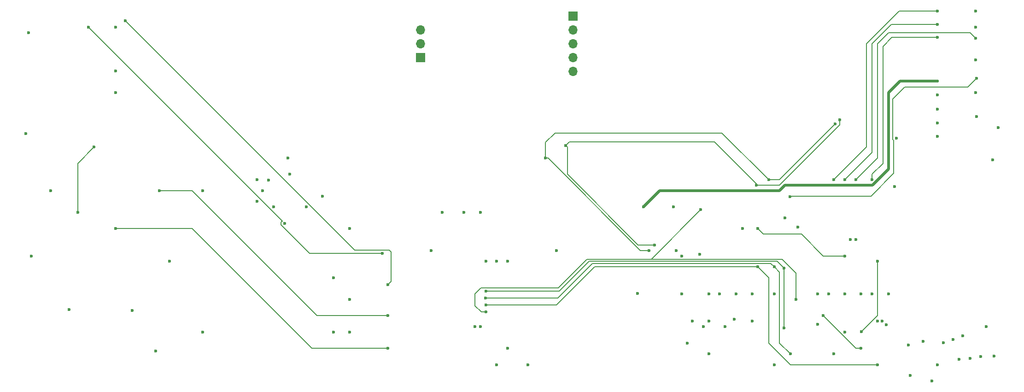
<source format=gbr>
%TF.GenerationSoftware,KiCad,Pcbnew,8.0.9-8.0.9-0~ubuntu22.04.1*%
%TF.CreationDate,2025-06-19T12:15:33-04:00*%
%TF.ProjectId,digital_waters,64696769-7461-46c5-9f77-61746572732e,rev?*%
%TF.SameCoordinates,Original*%
%TF.FileFunction,Copper,L3,Inr*%
%TF.FilePolarity,Positive*%
%FSLAX46Y46*%
G04 Gerber Fmt 4.6, Leading zero omitted, Abs format (unit mm)*
G04 Created by KiCad (PCBNEW 8.0.9-8.0.9-0~ubuntu22.04.1) date 2025-06-19 12:15:33*
%MOMM*%
%LPD*%
G01*
G04 APERTURE LIST*
%TA.AperFunction,ComponentPad*%
%ADD10R,1.700000X1.700000*%
%TD*%
%TA.AperFunction,ComponentPad*%
%ADD11O,1.700000X1.700000*%
%TD*%
%TA.AperFunction,ViaPad*%
%ADD12C,0.600000*%
%TD*%
%TA.AperFunction,Conductor*%
%ADD13C,0.200000*%
%TD*%
%TA.AperFunction,Conductor*%
%ADD14C,0.500000*%
%TD*%
G04 APERTURE END LIST*
D10*
%TO.N,+VSW*%
%TO.C,J18*%
X160372325Y-56238816D03*
D11*
X160372325Y-58778816D03*
%TO.N,GNDD*%
X160372325Y-61318816D03*
%TO.N,/I2C_SDA*%
X160372325Y-63858816D03*
%TO.N,/I2C_SCL*%
X160372325Y-66398816D03*
%TD*%
D10*
%TO.N,GNDA*%
%TO.C,J17*%
X132347325Y-63858816D03*
D11*
%TO.N,+VSW*%
X132347325Y-61318816D03*
%TO.N,Net-(J17-Pin_3)*%
X132347325Y-58778816D03*
%TD*%
D12*
%TO.N,GNDA*%
X114347325Y-89318816D03*
X143347325Y-113318816D03*
X140347325Y-92318816D03*
X119347325Y-108318816D03*
X103347325Y-88318816D03*
X143347325Y-92318816D03*
X136347325Y-92318816D03*
X119347325Y-114318816D03*
X142347325Y-113318816D03*
X92347325Y-88318816D03*
X119347325Y-95318816D03*
%TO.N,/Power/+2.5V_REF*%
X69347325Y-92318816D03*
X72347325Y-80318816D03*
%TO.N,+3.3V*%
X193347325Y-107318816D03*
X219453118Y-87540477D03*
X234347325Y-64318816D03*
X172220000Y-107191491D03*
X178812949Y-91318816D03*
X219784825Y-78651316D03*
%TO.N,+5V*%
X227347325Y-68158816D03*
X173347325Y-91318816D03*
%TO.N,VDDA*%
X134347325Y-99318816D03*
X111347325Y-91318816D03*
%TO.N,/Power/+2.5V_REF_BUF_A*%
X59847325Y-77818816D03*
X102347325Y-86318816D03*
%TO.N,/Micocontroller/GPIO_22*%
X190347325Y-107318816D03*
X216347325Y-101318816D03*
X227347325Y-78318816D03*
X213350684Y-114263532D03*
%TO.N,/Micocontroller/GPIO_21*%
X208347325Y-118318816D03*
X234537325Y-74698816D03*
X218000000Y-113000000D03*
%TO.N,/Micocontroller/GPIO_5*%
X238537325Y-76698816D03*
X197347325Y-120318816D03*
%TO.N,/Micocontroller/GPIO_4*%
X180347325Y-100318816D03*
X180347325Y-107318816D03*
X188347325Y-113318816D03*
X227347325Y-70698816D03*
%TO.N,Net-(J2-In)*%
X67747325Y-110158498D03*
X64347325Y-88318816D03*
%TO.N,/EN{slash}~{SH_0}*%
X207347325Y-107318816D03*
X185347325Y-118318816D03*
X157347325Y-99318816D03*
%TO.N,Net-(R12-Pad2)*%
X84347325Y-88318816D03*
X126347325Y-111318816D03*
%TO.N,Net-(U5B--)*%
X126347325Y-117318816D03*
X76347325Y-95318816D03*
%TO.N,/Micocontroller/GPIO_14*%
X234347325Y-70318816D03*
X191512949Y-95318816D03*
X179347325Y-99318816D03*
%TO.N,Net-(R21-Pad2)*%
X92347325Y-114318816D03*
X79347325Y-110318816D03*
%TO.N,/Micocontroller/GPIO_15*%
X182347325Y-112318816D03*
X227347325Y-73318816D03*
X183646479Y-100019662D03*
X181347325Y-116318816D03*
%TO.N,/I2C_SCL*%
X209410101Y-75256040D03*
X159047325Y-80018816D03*
X175347325Y-98318816D03*
X194052949Y-87318816D03*
%TO.N,/I2C_SDA*%
X208602325Y-76063816D03*
X196347325Y-86318816D03*
X174347325Y-99318816D03*
X155347325Y-82318816D03*
%TO.N,/Micocontroller/GPIO_12*%
X194347325Y-95318816D03*
X227347325Y-75879128D03*
X210347325Y-100318816D03*
%TO.N,/Micocontroller/GPIO_1*%
X237537325Y-82698816D03*
X206347325Y-111318816D03*
X213347325Y-117318816D03*
%TO.N,/Micocontroller/GPIO_25*%
X197347325Y-107318816D03*
X200234321Y-89431820D03*
X234537325Y-67698816D03*
%TO.N,/SPI_MOSI*%
X194347325Y-102318816D03*
X216347325Y-120318816D03*
X146347325Y-120318816D03*
X144347325Y-109358816D03*
%TO.N,/SPI_SCLK*%
X152069402Y-120318816D03*
X199137024Y-113529117D03*
X144347325Y-106818816D03*
X199137024Y-102529117D03*
%TO.N,/SPI_MISO*%
X197347325Y-102318816D03*
X144337787Y-108086424D03*
X148347325Y-117318816D03*
X200347325Y-118318816D03*
%TO.N,/SPI_CS0*%
X144347325Y-110628816D03*
X201347325Y-108318816D03*
X183847325Y-91818816D03*
%TO.N,/Base_Sensor/VBATT_BUF*%
X199342338Y-93318816D03*
X116347325Y-104318816D03*
%TO.N,/Base_Sensor/TEMP_SENSE_BUF*%
X116347325Y-114318816D03*
X201672949Y-94993192D03*
%TO.N,Net-(U4A--)*%
X71347325Y-58318816D03*
X125347325Y-99818816D03*
%TO.N,Net-(R24-Pad1)*%
X78097325Y-57068816D03*
X126347325Y-105575465D03*
%TO.N,/Base_Sensor/+4.096_REF_BUF_A*%
X83722325Y-117818816D03*
X105347325Y-91318816D03*
%TO.N,/Power/+2.5V_REF_BUF_B*%
X102347325Y-90318816D03*
X60847325Y-100318816D03*
%TO.N,/Power/+4.096_REF_BUF_B*%
X60347325Y-59318816D03*
X104397325Y-86368816D03*
%TO.N,+VSW*%
X76347325Y-70318816D03*
X76347325Y-58318816D03*
X107947325Y-82318816D03*
X144347325Y-101318816D03*
X148347325Y-101318816D03*
X107347325Y-94318816D03*
X76347325Y-66318816D03*
X146347325Y-101318816D03*
X86222325Y-101318816D03*
X108347325Y-85318816D03*
%TO.N,/Micocontroller/GPIO_2_ESP*%
X211347325Y-97318816D03*
X234347325Y-55318816D03*
X184347325Y-113318816D03*
%TO.N,/Micocontroller/GPIO_3_ESP*%
X210347325Y-114318816D03*
X234347325Y-58318816D03*
X212347325Y-97318816D03*
%TO.N,/Micocontroller/GPIO_34_ESP*%
X227347325Y-57778816D03*
X210347325Y-86318816D03*
%TO.N,/Micocontroller/GPIO_35_ESP*%
X208347325Y-86318816D03*
X227347325Y-55318816D03*
%TO.N,/Micocontroller/GPIO_39_ESP*%
X212347325Y-86318816D03*
X234347325Y-60318816D03*
%TO.N,/Micocontroller/GPIO_36_ESP*%
X227347325Y-60182153D03*
X215347325Y-86318816D03*
%TO.N,/Micocontroller/GPIO_27_PI*%
X187347325Y-107318816D03*
X231347325Y-119318816D03*
%TO.N,/Micocontroller/GPIO_7_PI*%
X233347325Y-119114739D03*
X205347325Y-112918816D03*
%TO.N,/Micocontroller/GPIO_0_PI*%
X205347325Y-107318816D03*
X237788130Y-118759620D03*
%TO.N,/Micocontroller/GPIO_20_PI*%
X224755279Y-116000000D03*
X217171591Y-112294553D03*
%TO.N,/Micocontroller/GPIO_23_PI*%
X222347325Y-122318816D03*
X190000000Y-111971491D03*
%TO.N,/Micocontroller/GPIO_13_PI*%
X213347325Y-107318816D03*
X230238002Y-115718816D03*
%TO.N,/Micocontroller/GPIO_24_PI*%
X193347325Y-112318816D03*
X235347325Y-118816859D03*
%TO.N,/Micocontroller/GPIO_19_PI*%
X232057646Y-115000000D03*
X215347325Y-107318816D03*
%TO.N,/Micocontroller/GPIO_26_PI*%
X218347325Y-107318816D03*
X236347325Y-113318816D03*
%TO.N,/Micocontroller/GPIO_16_PI*%
X216347325Y-112318816D03*
X222000000Y-116718816D03*
%TO.N,/Micocontroller/GPIO_18_PI*%
X185347325Y-112318816D03*
X226347325Y-123318816D03*
%TO.N,/Micocontroller/GPIO_17_PI*%
X185347325Y-107318816D03*
X227347325Y-120318816D03*
%TO.N,/Micocontroller/GPIO_6_PI*%
X210320000Y-107291491D03*
X228439778Y-116259798D03*
%TD*%
D13*
%TO.N,/Power/+2.5V_REF*%
X72347325Y-80318816D02*
X69347325Y-83318816D01*
X69347325Y-83318816D02*
X69347325Y-92318816D01*
D14*
%TO.N,+5V*%
X176347325Y-88318816D02*
X173347325Y-91318816D01*
X218347325Y-70318816D02*
X218347325Y-84379477D01*
X198347325Y-88318816D02*
X176347325Y-88318816D01*
X220507325Y-68158816D02*
X218347325Y-70318816D01*
X215407986Y-87318816D02*
X199347325Y-87318816D01*
X199347325Y-87318816D02*
X198347325Y-88318816D01*
X227347325Y-68158816D02*
X220507325Y-68158816D01*
X218347325Y-84379477D02*
X215407986Y-87318816D01*
D13*
%TO.N,/Micocontroller/GPIO_22*%
X216347325Y-111266891D02*
X213350684Y-114263532D01*
X216347325Y-101318816D02*
X216347325Y-111266891D01*
%TO.N,Net-(R12-Pad2)*%
X113347325Y-111318816D02*
X90347325Y-88318816D01*
X126347325Y-111318816D02*
X113347325Y-111318816D01*
X90347325Y-88318816D02*
X84347325Y-88318816D01*
%TO.N,Net-(U5B--)*%
X76347325Y-95318816D02*
X90347325Y-95318816D01*
X112347325Y-117318816D02*
X126347325Y-117318816D01*
X90347325Y-95318816D02*
X112347325Y-117318816D01*
%TO.N,/I2C_SCL*%
X159347325Y-85318816D02*
X172347325Y-98318816D01*
X209410101Y-76256040D02*
X198347325Y-87318816D01*
X209410101Y-75256040D02*
X209410101Y-76256040D01*
X186347325Y-79318816D02*
X194052949Y-87024440D01*
X172347325Y-98318816D02*
X175347325Y-98318816D01*
X159047325Y-80018816D02*
X159347325Y-80318816D01*
X159047325Y-80018816D02*
X159747325Y-79318816D01*
X198347325Y-87318816D02*
X194052949Y-87318816D01*
X159747325Y-79318816D02*
X186347325Y-79318816D01*
X194052949Y-87024440D02*
X194052949Y-87318816D01*
X159347325Y-80318816D02*
X159347325Y-85318816D01*
%TO.N,/I2C_SDA*%
X174347325Y-99318816D02*
X172781639Y-99318816D01*
X198347325Y-86318816D02*
X196347325Y-86318816D01*
X157098796Y-77718816D02*
X155347325Y-79470287D01*
X187747325Y-77718816D02*
X157098796Y-77718816D01*
X155347325Y-79470287D02*
X155347325Y-82318816D01*
X196347325Y-86318816D02*
X187747325Y-77718816D01*
X155781639Y-82318816D02*
X155347325Y-82318816D01*
X172781639Y-99318816D02*
X155781639Y-82318816D01*
X208602325Y-76063816D02*
X198347325Y-86318816D01*
%TO.N,/Micocontroller/GPIO_12*%
X194347325Y-95318816D02*
X195347325Y-96318816D01*
X202347325Y-96318816D02*
X206347325Y-100318816D01*
X206347325Y-100318816D02*
X210347325Y-100318816D01*
X195347325Y-96318816D02*
X202347325Y-96318816D01*
%TO.N,/Micocontroller/GPIO_1*%
X213347325Y-117318816D02*
X212347325Y-117318816D01*
X212347325Y-117318816D02*
X206347325Y-111318816D01*
%TO.N,/Micocontroller/GPIO_25*%
X219347325Y-85111800D02*
X219347325Y-79062345D01*
X221347325Y-69318816D02*
X232917325Y-69318816D01*
X219184825Y-71481316D02*
X221347325Y-69318816D01*
X200460329Y-89431820D02*
X200573333Y-89318816D01*
X200573333Y-89318816D02*
X215140309Y-89318816D01*
X219347325Y-79062345D02*
X219184825Y-78899845D01*
X200234321Y-89431820D02*
X200460329Y-89431820D01*
X232917325Y-69318816D02*
X234537325Y-67698816D01*
X219184825Y-78899845D02*
X219184825Y-71481316D01*
X215140309Y-89318816D02*
X219347325Y-85111800D01*
%TO.N,/SPI_MOSI*%
X196347325Y-104318816D02*
X194347325Y-102318816D01*
X216347325Y-120318816D02*
X200347325Y-120318816D01*
X164347325Y-102318816D02*
X157307325Y-109358816D01*
X196347325Y-116318816D02*
X196347325Y-104318816D01*
X194347325Y-102318816D02*
X164347325Y-102318816D01*
X200347325Y-120318816D02*
X196347325Y-116318816D01*
X144347325Y-109358816D02*
X157307325Y-109358816D01*
%TO.N,/SPI_SCLK*%
X163347325Y-101318816D02*
X157847325Y-106818816D01*
X199137024Y-102529117D02*
X199137024Y-113529117D01*
X157847325Y-106818816D02*
X144347325Y-106818816D01*
X197926723Y-101318816D02*
X163347325Y-101318816D01*
X199137024Y-102529117D02*
X197926723Y-101318816D01*
%TO.N,/SPI_MISO*%
X196747325Y-101718816D02*
X197347325Y-102318816D01*
X163947325Y-101718816D02*
X196747325Y-101718816D01*
X198347325Y-116318816D02*
X200347325Y-118318816D01*
X197347325Y-102318816D02*
X198347325Y-103318816D01*
X144337787Y-108086424D02*
X157579717Y-108086424D01*
X198347325Y-103318816D02*
X198347325Y-116318816D01*
X157579717Y-108086424D02*
X163947325Y-101718816D01*
%TO.N,/SPI_CS0*%
X174747325Y-100918816D02*
X183847325Y-91818816D01*
X144347325Y-110628816D02*
X143502325Y-110628816D01*
X142347325Y-109473816D02*
X142347325Y-107318816D01*
X142347325Y-107318816D02*
X143447325Y-106218816D01*
X143447325Y-106218816D02*
X157664482Y-106218816D01*
X201347325Y-103470287D02*
X201347325Y-108318816D01*
X174747325Y-100918816D02*
X198795854Y-100918816D01*
X143502325Y-110628816D02*
X142347325Y-109473816D01*
X198795854Y-100918816D02*
X201347325Y-103470287D01*
X157664482Y-106218816D02*
X162964482Y-100918816D01*
X162964482Y-100918816D02*
X174747325Y-100918816D01*
%TO.N,Net-(U4A--)*%
X106923061Y-93894552D02*
X71347325Y-58318816D01*
X106747325Y-94070287D02*
X106923061Y-93894552D01*
X111998796Y-99818816D02*
X106747325Y-94567345D01*
X125347325Y-99818816D02*
X111998796Y-99818816D01*
X106747325Y-94567345D02*
X106747325Y-94070287D01*
%TO.N,Net-(R24-Pad1)*%
X78097325Y-57068816D02*
X120247325Y-99218816D01*
X126947325Y-99570287D02*
X126947325Y-104975465D01*
X126595854Y-99218816D02*
X126947325Y-99570287D01*
X120247325Y-99218816D02*
X126595854Y-99218816D01*
X126947325Y-104975465D02*
X126347325Y-105575465D01*
%TO.N,/Micocontroller/GPIO_34_ESP*%
X227347325Y-57778816D02*
X218887325Y-57778816D01*
X215347325Y-61318816D02*
X218887325Y-57778816D01*
X215347325Y-61318816D02*
X215347325Y-81318816D01*
X215347325Y-81318816D02*
X210347325Y-86318816D01*
%TO.N,/Micocontroller/GPIO_35_ESP*%
X220347325Y-55318816D02*
X227347325Y-55318816D01*
X214347325Y-61318816D02*
X214347325Y-80318816D01*
X220347325Y-55318816D02*
X214347325Y-61318816D01*
X214347325Y-80318816D02*
X208347325Y-86318816D01*
%TO.N,/Micocontroller/GPIO_39_ESP*%
X216347325Y-61318816D02*
X216347325Y-82318816D01*
X234347325Y-60318816D02*
X233347325Y-59318816D01*
X218347325Y-59318816D02*
X233347325Y-59318816D01*
X218347325Y-59318816D02*
X216347325Y-61318816D01*
X216347325Y-82318816D02*
X212347325Y-86318816D01*
%TO.N,/Micocontroller/GPIO_36_ESP*%
X215347325Y-85318816D02*
X215347325Y-86318816D01*
X218983988Y-60182153D02*
X217347325Y-61818816D01*
X218983988Y-60182153D02*
X227347325Y-60182153D01*
X217347325Y-61818816D02*
X217347325Y-83318816D01*
X217347325Y-83318816D02*
X215347325Y-85318816D01*
%TD*%
M02*

</source>
